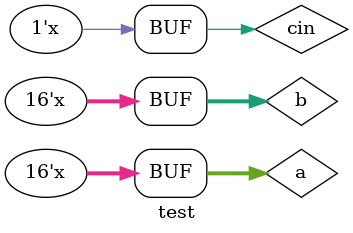
<source format=v>
`timescale 1ns / 1ps


module test;

	// Inputs
	reg [15:0] a = 0;
	reg [15:0] b = 0;
	reg cin = 0;

	// Outputs
	wire [15:0] sum;
	wire co;

	// Instantiate the Unit Under Test (UUT)
	sixteenBitAdder uut (
		.a(a), 
		.b(b), 
		.sum(sum), 
		.co(co), 
		.cin(cin)
	);
	always #20 {a,b,cin} = {a,b,cin} + 1;
      
endmodule


</source>
